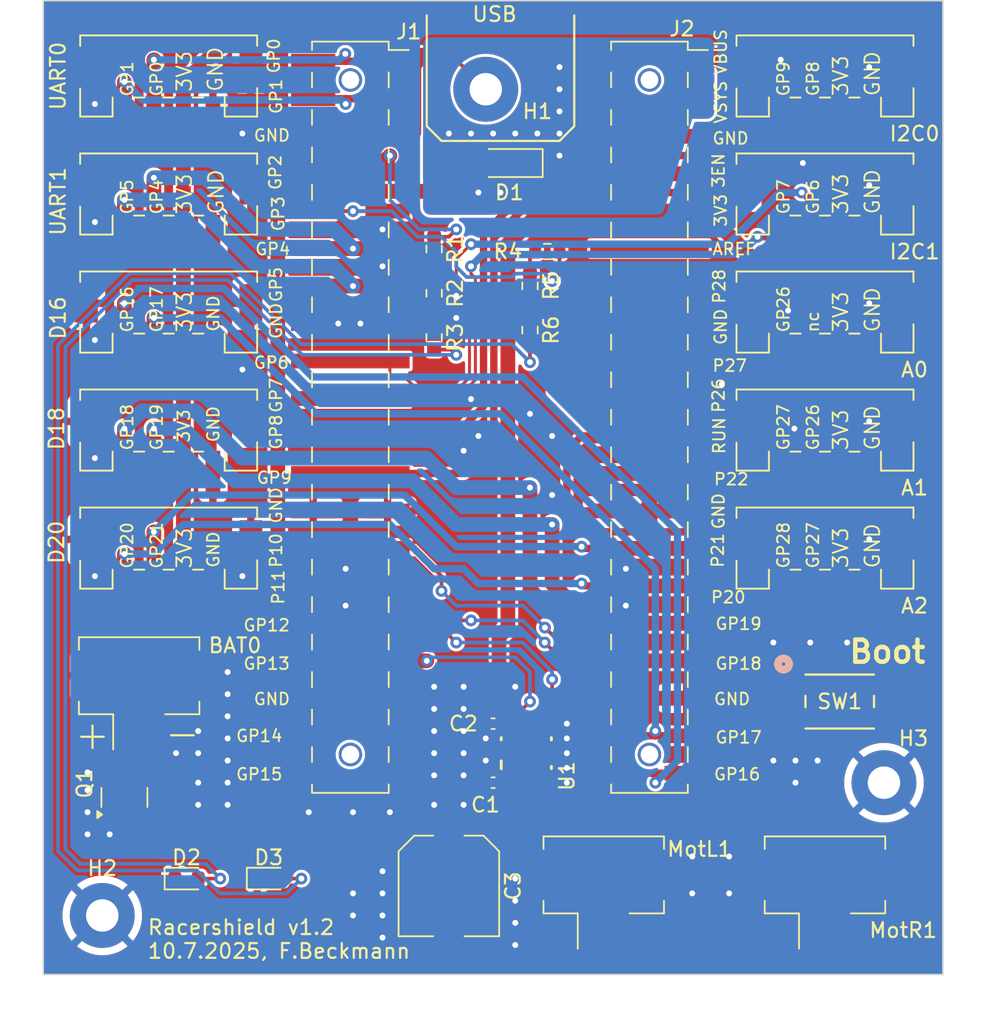
<source format=kicad_pcb>
(kicad_pcb (version 20241229) (generator "pcbnew") (generator_version "9.0")
  (layers (0 "F.Cu" signal) (2 "B.Cu" signal) (13 "F.Paste" user) (15 "B.Paste" user) (5 "F.SilkS" user "F.Silkscreen") (7 "B.SilkS" user "B.Silkscreen") (1 "F.Mask" user) (3 "B.Mask" user) (25 "Edge.Cuts" user))
  (net 0 "")
  (net 1 "I2C1_SCL{slash}GP7")
  (net 2 "I2C1_SDA{slash}GP6")
  (net 3 "UART1_TX{slash}SPI0_RX{slash}GP4")
  (net 4 "GP13")
  (net 5 "GP15")
  (net 6 "GND")
  (net 7 "UART1_RX{slash}SPI0_CS{slash}GP5")
  (net 8 "UART0_RX{slash}GP1")
  (net 9 "GP11")
  (net 10 "GP14")
  (net 11 "I2C0_SCL{slash}GP9")
  (net 12 "SPI0_TX{slash}GP3")
  (net 13 "SPI0_SCK{slash}GP2")
  (net 14 "GP12")
  (net 15 "I2C0_SDA{slash}GP8")
  (net 16 "UART0_TX{slash}GP0")
  (net 17 "GP10")
  (net 18 "VSYS")
  (net 19 "3V3")
  (net 20 "GP16")
  (net 21 "GP17")
  (net 22 "GP18")
  (net 23 "GP22")
  (net 24 "ADC0{slash}GP26")
  (net 25 "GP19")
  (net 26 "ADC_VREF")
  (net 27 "3V3_EN")
  (net 28 "VBUS")
  (net 29 "RUN")
  (net 30 "ADC2{slash}GP28")
  (net 31 "ADC1{slash}GP27")
  (net 32 "GP20")
  (net 33 "GP21")
  (net 35 "VBAT")
  (net 36 "Net-(MotL1-Pin_2)")
  (net 37 "Net-(MotL1-Pin_1)")
  (net 38 "Net-(MotR1-Pin_2)")
  (net 39 "Net-(MotR1-Pin_1)")
  (net 40 "VBATP")
  (net 41 "Net-(D2-A)")
  (net 42 "Net-(D3-A)")
  (net 43 "Net-(R1-Pad2)")
  (net 44 "Net-(R2-Pad2)")
  (net 45 "Net-(R4-Pad2)")
  (net 46 "Net-(R5-Pad2)")
  (footprint "Diode_SMD:Nexperia_CFP3_SOD-123W" (layer "F.Cu") (at 31.6 11 180)
    (property "Reference" "D1")
    (property "Value" "PMEG2010ER")
  )
  (footprint "iaracershield:GROVE-HW4-SMD-2.0" (layer "F.Cu") (at 53 28.5)
    (property "Reference" "A1")
    (property "Value" "Grove" (hide yes))
  )
  (footprint "Resistor_SMD:R_0603_1608Metric" (layer "F.Cu") (at 26.5 22.825 -90)
    (property "Reference" "R3")
    (property "Value" "150R")
  )
  (footprint "iaracershield:SW4_PTS815 SJM 250 SMTR LFS_CNK" (layer "F.Cu") (at 54 47.5)
    (property "Reference" "SW1")
    (property "Value" "PTS815 SJM 250 SMTR LFS")
  )
  (footprint "iaracershield:DSS0012A" (layer "F.Cu") (at 32.75 51 90)
    (property "Reference" "U1")
    (property "Value" "DRV8835DSSR")
  )
  (footprint "iaracershield:JST_PH_B2B-PH-SM4-TB_1x02-1MP_P2.00mm_Vertical" (layer "F.Cu") (at 38 61)
    (property "Reference" "MotL1")
    (property "Value" "B2B-PH-SM4-TB" (hide yes))
  )
  (footprint "Resistor_SMD:R_0603_1608Metric" (layer "F.Cu") (at 26.5 16.825 -90)
    (property "Reference" "R1")
    (property "Value" "150R")
  )
  (footprint "MountingHole:MountingHole_2.2mm_M2_Pad" (layer "F.Cu") (at 57 53)
    (property "Reference" "H3")
    (property "Value" "MountingHole_Pad")
  )
  (footprint "iaracershield:PinSocket_2x20_P2.54mm_Vertical_SMD" (layer "F.Cu") (at 20.82 28.23)
    (property "Reference" "J1")
    (property "Value" "Conn_02x20_Odd_Even")
  )
  (footprint "iaracershield:GROVE-HW4-SMD-2.0" (layer "F.Cu") (at 8.5 36.5)
    (property "Reference" "D20")
    (property "Value" "Grove" (hide yes))
  )
  (footprint "iaracershield:GROVE-HW4-SMD-2.0" (layer "F.Cu") (at 53 12.5)
    (property "Reference" "I2C1")
    (property "Value" "Grove" (hide yes))
  )
  (footprint "iaracershield:GROVE-HW4-SMD-2.0" (layer "F.Cu") (at 53 36.5)
    (property "Reference" "A2")
    (property "Value" "Grove" (hide yes))
  )
  (footprint "MountingHole:MountingHole_2.2mm_M2_Pad" (layer "F.Cu") (at 4 62)
    (property "Reference" "H2")
    (property "Value" "MountingHole_Pad")
  )
  (footprint "iaracershield:JST_PH_B2B-PH-SM4-TB_1x02-1MP_P2.00mm_Vertical" (layer "F.Cu") (at 6.5 47.5)
    (property "Reference" "BAT0")
    (property "Value" "B2B-PH-SM4-TB" (hide yes))
  )
  (footprint "Resistor_SMD:R_0603_1608Metric" (layer "F.Cu") (at 33 22.325 -90)
    (property "Reference" "R6")
    (property "Value" "150R")
  )
  (footprint "iaracershield:PinSocket_2x20_P2.54mm_Vertical_SMD" (layer "F.Cu") (at 41.1 28.23)
    (property "Reference" "J2")
    (property "Value" "Conn_02x20_Odd_Even")
  )
  (footprint "iaracershield:GROVE-HW4-SMD-2.0" (layer "F.Cu") (at 8.5 12.5)
    (property "Reference" "UART1")
    (property "Value" "Grove" (hide yes))
  )
  (footprint "Resistor_SMD:R_0603_1608Metric" (layer "F.Cu") (at 33 19.325 -90)
    (property "Reference" "R5")
    (property "Value" "150R")
  )
  (footprint "iaracershield:GROVE-HW4-SMD-2.0" (layer "F.Cu") (at 53 4.5)
    (property "Reference" "I2C0")
    (property "Value" "Grove" (hide yes))
  )
  (footprint "iaracershield:JST_PH_B2B-PH-SM4-TB_1x02-1MP_P2.00mm_Vertical" (layer "F.Cu") (at 53 61)
    (property "Reference" "MotR1")
    (property "Value" "B2B-PH-SM4-TB" (hide yes))
  )
  (footprint "Capacitor_SMD:C_0402_1005Metric" (layer "F.Cu") (at 30.5 49)
    (property "Reference" "C2")
    (property "Value" "CERAMIC-100NF-16V-10%-X7R_0402_" (hide yes))
  )
  (footprint "iaracershield:GROVE-HW4-SMD-2.0" (layer "F.Cu") (at 53 20.5)
    (property "Reference" "A0")
    (property "Value" "Grove" (hide yes))
  )
  (footprint "iaracershield:GROVE-HW4-SMD-2.0" (layer "F.Cu") (at 8.5 28.5)
    (property "Reference" "D18")
    (property "Value" "Grove" (hide yes))
  )
  (footprint "Resistor_SMD:R_0603_1608Metric" (layer "F.Cu") (at 34.175 17 180)
    (property "Reference" "R4")
    (property "Value" "150R")
  )
  (footprint "Capacitor_SMD:C_Elec_6.3x5.4" (layer "F.Cu") (at 27.5 60 -90)
    (property "Reference" "C3")
    (property "Value" "SMD-Cap-Aluminium-47uF-25V-D6.3-H5.4")
  )
  (footprint "iaracershield:GROVE-HW4-SMD-2.0" (layer "F.Cu") (at 8.5 4.5)
    (property "Reference" "UART0")
    (property "Value" "Grove" (hide yes))
  )
  (footprint "Package_TO_SOT_SMD:SOT-23" (layer "F.Cu") (at 5.5 54 90)
    (property "Reference" "Q1")
    (property "Value" "DMG2305UX" (hide yes))
  )
  (footprint "MountingHole:MountingHole_2.2mm_M2_Pad" (layer "F.Cu") (at 30 6)
    (property "Reference" "H1")
    (property "Value" "MountingHole_Pad" (hide yes))
  )
  (footprint "Capacitor_SMD:C_0402_1005Metric" (layer "F.Cu") (at 30.5 53)
    (property "Reference" "C1")
    (property "Value" "CERAMIC-100NF-16V-10%-X7R_0402_" (hide yes))
  )
  (footprint "LED_SMD:LED_0603_1608Metric" (layer "F.Cu") (at 9.7125 59.5)
    (property "Reference" "D2")
    (property "Value" "KT-0603R")
  )
  (footprint "LED_SMD:LED_0603_1608Metric" (layer "F.Cu") (at 15.2875 59.5)
    (property "Reference" "D3")
    (property "Value" "KT-0603R")
  )
  (footprint "Resistor_SMD:R_0603_1608Metric" (layer "F.Cu") (at 26.5 19.825 -90)
    (property "Reference" "R2")
    (property "Value" "150R")
  )
  (footprint "iaracershield:GROVE-HW4-SMD-2.0" (layer "F.Cu") (at 8.5 20.5)
    (property "Reference" "D16")
    (property "Value" "Grove" (hide yes))
  )
  (gr_line (start 36 8.5) (end 36 1) (stroke (width 0.15)) (layer "F.SilkS"))
  (gr_line (start 35 9.5) (end 36 8.5) (stroke (width 0.15)) (layer "F.SilkS"))
  (gr_line (start 26 1) (end 26 8.5) (stroke (width 0.15)) (layer "F.SilkS"))
  (gr_line (start 27 9.5) (end 35 9.5) (stroke (width 0.15)) (layer "F.SilkS"))
  (gr_line (start 26 8.5) (end 27 9.5) (stroke (width 0.15)) (layer "F.SilkS"))
  (gr_rect (start 0 0) (end 61 66) (stroke (width 0.1)) (fill no) (layer "Edge.Cuts"))
  (gr_text "P28" (at 46.3 20.6 90) (layer "F.SilkS") (effects (font (size 0.8 0.8) (thickness 0.125)) (justify left bottom)))
  (gr_text "3V3" (at 46.4 15.4 90) (layer "F.SilkS") (effects (font (size 0.8 0.8) (thickness 0.125)) (justify left bottom)))
  (gr_text "GP5" (at 16.25 20.5 90) (layer "F.SilkS") (effects (font (size 0.8 0.8) (thickness 0.125)) (justify left bottom)))
  (gr_text "GND" (at 12 22.5 90) (layer "F.SilkS") (effects (font (size 0.8 0.8) (thickness 0.125)) (justify left bottom)))
  (gr_text "RUN" (at 46.3 30.8 90) (layer "F.SilkS") (effects (font (size 0.8 0.8) (thickness 0.125)) (justify left bottom)))
  (gr_text "GP27" (at 52.6515 38.54978 90) (layer "F.SilkS") (effects (font (size 0.8 0.8) (thickness 0.125)) (justify left bottom)))
  (gr_text "-" (at 8.1 50.8 0) (layer "F.SilkS") (effects (font (size 2 2)) (justify left bottom)))
  (gr_text "3V3" (at 10.14896 22.56062 90) (layer "F.SilkS") (effects (font (size 1 1) (thickness 0.125)) (justify left bottom)))
  (gr_text "GP6" (at 52.6515 14.54978 90) (layer "F.SilkS") (effects (font (size 0.8 0.8) (thickness 0.125)) (justify left bottom)))
  (gr_text "3V3" (at 10.14896 6.25 90) (layer "F.SilkS") (effects (font (size 1 1) (thickness 0.125)) (justify left bottom)))
  (gr_text "P26" (at 46.25 28 90) (layer "F.SilkS") (effects (font (size 0.8 0.8) (thickness 0.125)) (justify left bottom)))
  (gr_text "GND" (at 45.3 9.8 0) (layer "F.SilkS") (effects (font (size 0.8 0.8) (thickness 0.125)) (justify left bottom)))
  (gr_text "GP15" (at 13 52.9 0) (layer "F.SilkS") (effects (font (size 0.8 0.8) (thickness 0.125)) (justify left bottom)))
  (gr_text "P20" (at 45.2 40.9 0) (layer "F.SilkS") (effects (font (size 0.8 0.8) (thickness 0.125)) (justify left bottom)))
  (gr_text "3V3" (at 54.64896 6.54978 90) (layer "F.SilkS") (effects (font (size 1 1) (thickness 0.125)) (justify left bottom)))
  (gr_text "GND" (at 56.8 38.54978 90) (layer "F.SilkS") (effects (font (size 1 1) (thickness 0.125)) (justify left bottom)))
  (gr_text "P11" (at 16.4 41 90) (layer "F.SilkS") (effects (font (size 0.8 0.8) (thickness 0.125)) (justify left bottom)))
  (gr_text "GND" (at 12.25 6.25 90) (layer "F.SilkS") (effects (font (size 1 1) (thickness 0.125)) (justify left bottom)))
  (gr_text "GP20" (at 6.1515 38.56062 90) (layer "F.SilkS") (effects (font (size 0.8 0.8) (thickness 0.125)) (justify left bottom)))
  (gr_text "3V3" (at 10.14896 38.56062 90) (layer "F.SilkS") (effects (font (size 1 1) (thickness 0.125)) (justify left bottom)))
  (gr_text "GP17" (at 45.5 50.4 0) (layer "F.SilkS") (effects (font (size 0.8 0.8) (thickness 0.125)) (justify left bottom)))
  (gr_text "3EN" (at 46.25 12.75 90) (layer "F.SilkS") (effects (font (size 0.8 0.8) (thickness 0.125)) (justify left bottom)))
  (gr_text "GP9" (at 50.6515 6.54978 90) (layer "F.SilkS") (effects (font (size 0.8 0.8) (thickness 0.125)) (justify left bottom)))
  (gr_text "GND" (at 45.4 47.8 0) (layer "F.SilkS") (effects (font (size 0.8 0.8) (thickness 0.125)) (justify left bottom)))
  (gr_text "VBUS" (at 46.4 5.1 90) (layer "F.SilkS") (effects (font (size 0.8 0.8) (thickness 0.125)) (justify left bottom)))
  (gr_text "GP0" (at 8.1515 6.56062 90) (layer "F.SilkS") (effects (font (size 0.8 0.8) (thickness 0.125)) (justify left bottom)))
  (gr_text "GP19" (at 45.5 42.7 0) (layer "F.SilkS") (effects (font (size 0.8 0.8) (thickness 0.125)) (justify left bottom)))
  (gr_text "GP26" (at 50.6515 22.54978 90) (layer "F.SilkS") (effects (font (size 0.8 0.8) (thickness 0.125)) (justify left bottom)))
  (gr_text "GND" (at 14.2 47.8 0) (layer "F.SilkS") (effects (font (size 0.8 0.8) (thickness 0.125)) (justify left bottom)))
  (gr_text "GP13" (at 13.5 45.4 0) (layer "F.SilkS") (effects (font (size 0.8 0.8) (thickness 0.125)) (justify left bottom)))
  (gr_text "GND" (at 12 38.5 90) (layer "F.SilkS") (effects (font (size 0.8 0.8) (thickness 0.125)) (justify left bottom)))
  (gr_text "GND" (at 56.8 6.54978 90) (layer "F.SilkS") (effects (font (size 1 1) (thickness 0.125)) (justify left bottom)))
  (gr_text "GP7" (at 16.25 28 90) (layer "F.SilkS") (effects (font (size 0.8 0.8) (thickness 0.125)) (justify left bottom)))
  (gr_text "GND" (at 16.25 23 90) (layer "F.SilkS") (effects (font (size 0.8 0.8) (thickness 0.125)) (justify left bottom)))
  (gr_text "USB" (at 29 1.5 0) (layer "F.SilkS") (effects (font (size 1 1)) (justify left bottom)))
  (gr_text "GP7" (at 50.6515 14.54978 90) (layer "F.SilkS") (effects (font (size 0.8 0.8) (thickness 0.125)) (justify left bottom)))
  (gr_text "P10" (at 16.25 38.5 90) (layer "F.SilkS") (effects (font (size 0.8 0.8) (thickness 0.125)) (justify left bottom)))
  (gr_text "GND" (at 16.25 35.5 90) (layer "F.SilkS") (effects (font (size 0.8 0.8) (thickness 0.125)) (justify left bottom)))
  (gr_text "GP8" (at 16.25 30.5 90) (layer "F.SilkS") (effects (font (size 0.8 0.8) (thickness 0.125)) (justify left bottom)))
  (gr_text "P27" (at 45.3 25.2 0) (layer "F.SilkS") (effects (font (size 0.8 0.8) (thickness 0.125)) (justify left bottom)))
  (gr_text "GP9" (at 14.4 32.8 0) (layer "F.SilkS") (effects (font (size 0.8 0.8) (thickness 0.125)) (justify left bottom)))
  (gr_text "Racershield v1.2\n10.7.2025, F.Beckmann" (at 7 65 0) (layer "F.SilkS") (effects (font (size 1 1)) (justify left bottom)))
  (gr_text "GND" (at 12 30 90) (layer "F.SilkS") (effects (font (size 0.8 0.8) (thickness 0.125)) (justify left bottom)))
  (gr_text "GP8" (at 52.6515 6.54978 90) (layer "F.SilkS") (effects (font (size 0.8 0.8) (thickness 0.125)) (justify left bottom)))
  (gr_text "GP5" (at 6.1515 14.56062 90) (layer "F.SilkS") (effects (font (size 0.8 0.8) (thickness 0.125)) (justify left bottom)))
  (gr_text "3V3" (at 54.64896 22.54978 90) (layer "F.SilkS") (effects (font (size 1 1) (thickness 0.125)) (justify left bottom)))
  (gr_text "VSYS" (at 46.4 8.4 90) (layer "F.SilkS") (effects (font (size 0.8 0.8) (thickness 0.125)) (justify left bottom)))
  (gr_text "3V3" (at 54.64896 14.54978 90) (layer "F.SilkS") (effects (font (size 1 1) (thickness 0.125)) (justify left bottom)))
  (gr_text "GP27" (at 50.6515 30.54978 90) (layer "F.SilkS") (effects (font (size 0.8 0.8) (thickness 0.125)) (justify left bottom)))
  (gr_text "3V3" (at 54.64896 38.54978 90) (layer "F.SilkS") (effects (font (size 1 1) (thickness 0.125)) (justify left bottom)))
  (gr_text "GP12" (at 13.5 42.8 0) (layer "F.SilkS") (effects (font (size 0.8 0.8) (thickness 0.125)) (justify left bottom)))
  (gr_text "GP18" (at 6.1515 30.54978 90) (layer "F.SilkS") (effects (font (size 0.8 0.8) (thickness 0.125)) (justify left bottom)))
  (gr_text "P22" (at 45.4 32.9 0) (layer "F.SilkS") (effects (font (size 0.8 0.8) (thickness 0.125)) (justify left bottom)))
  (gr_text "GP3" (at 16.4 15.7 90) (layer "F.SilkS") (effects (font (size 0.8 0.8) (thickness 0.125)) (justify left bottom)))
  (gr_text "3V3" (at 10.14896 14.56062 90) (layer "F.SilkS") (effects (font (size 1 1) (thickness 0.125)) (justify left bottom)))
  (gr_text "GP4" (at 8.1515 14.56062 90) (layer "F.SilkS") (effects (font (size 0.8 0.8) (thickness 0.125)) (justify left bottom)))
  (gr_text "GP1" (at 16.25 7.75 90) (layer "F.SilkS") (effects (font (size 0.8 0.8) (thickness 0.125)) (justify left bottom)))
  (gr_text "GP1" (at 6.1515 6.56062 90) (layer "F.SilkS") (effects (font (size 0.8 0.8) (thickness 0.125)) (justify left bottom)))
  (gr_text "nc" (at 52.6515 22.54978 90) (layer "F.SilkS") (effects (font (size 0.8 0.8) (thickness 0.125)) (justify left bottom)))
  (gr_text "GND" (at 56.8 30.54978 90) (layer "F.SilkS") (effects (font (size 1 1) (thickness 0.125)) (justify left bottom)))
  (gr_text "GND" (at 56.8 22.54978 90) (layer "F.SilkS") (effects (font (size 1 1) (thickness 0.125)) (justify left bottom)))
  (gr_text "GP16" (at 45.4 52.9 0) (layer "F.SilkS") (effects (font (size 0.8 0.8) (thickness 0.125)) (justify left bottom)))
  (gr_text "GP17" (at 8.1515 22.56062 90) (layer "F.SilkS") (effects (font (size 0.8 0.8) (thickness 0.125)) (justify left bottom)))
  (gr_text "GP14" (at 13 50.3 0) (layer "F.SilkS") (effects (font (size 0.8 0.8) (thickness 0.125)) (justify left bottom)))
  (gr_text "GP19" (at 8.1515 30.54978 90) (layer "F.SilkS") (effects (font (size 0.8 0.8) (thickness 0.125)) (justify left bottom)))
  (gr_text "GND" (at 56.8 14.54978 90) (layer "F.SilkS") (effects (font (size 1 1) (thickness 0.125)) (justify left bottom)))
  (gr_text "GP6" (at 14.2 25 0) (layer "F.SilkS") (effects (font (size 0.8 0.8) (thickness 0.125)) (justify left bottom)))
  (gr_text "GND" (at 46.4 23.4 90) (layer "F.SilkS") (effects (font (size 0.8 0.8) (thickness 0.125)) (justify left bottom)))
  (gr_text "Boot" (at 54.5 45 0) (layer "F.SilkS") (effects (font (size 1.5 1.5) (thickness 0.3) (bold yes)) (justify left bottom)))
  (gr_text "GND" (at 14.2 9.6 0) (layer "F.SilkS") (effects (font (size 0.8 0.8) (thickness 0.125)) (justify left bottom)))
  (gr_text "P21" (at 46.2 38.5 90) (layer "F.SilkS") (effects (font (size 0.8 0.8) (thickness 0.125)) (justify left bottom)))
  (gr_text "GP0" (at 16.1 5 90) (layer "F.SilkS") (effects (font (size 0.8 0.8) (thickness 0.125)) (justify left bottom)))
  (gr_text "GP21" (at 8.1515 38.56062 90) (layer "F.SilkS") (effects (font (size 0.8 0.8) (thickness 0.125)) (justify left bottom)))
  (gr_text "3V3" (at 54.64896 30.54978 90) (layer "F.SilkS") (effects (font (size 1 1) (thickness 0.125)) (justify left bottom)))
  (gr_text "3V3" (at 10 30 90) (layer "F.SilkS") (effects (font (size 0.8 0.8) (thickness 0.125)) (justify left bottom)))
  (gr_text "AREF" (at 45.3 17.3 0) (layer "F.SilkS") (effects (font (size 0.8 0.8) (thickness 0.125)) (justify left bottom)))
  (gr_text "GP18" (at 45.5 45.4 0) (layer "F.SilkS") (effects (font (size 0.8 0.8) (thickness 0.125)) (justify left bottom)))
  (gr_text "GND" (at 12.3 14.56062 90) (layer "F.SilkS") (effects (font (size 1 1) (thickness 0.125)) (justify left bottom)))
  (gr_text "GP4" (at 14.3 17.3 0) (layer "F.SilkS") (effects (font (size 0.8 0.8) (thickness 0.125)) (justify left bottom)))
  (gr_text "GP26" (at 52.6515 30.54978 90) (layer "F.SilkS") (effects (font (size 0.8 0.8) (thickness 0.125)) (justify left bottom)))
  (gr_text "GND" (at 46.25 35.9 90) (layer "F.SilkS") (effects (font (size 0.8 0.8) (thickness 0.125)) (justify left bottom)))
  (gr_text "GP2" (at 16.2 12.9 90) (layer "F.SilkS") (effects (font (size 0.8 0.8) (thickness 0.125)) (justify left bottom)))
  (gr_text "GP16" (at 6.1515 22.56062 90) (layer "F.SilkS") (effects (font (size 0.8 0.8) (thickness 0.125)) (justify left bottom)))
  (gr_text "GP28" (at 50.6515 38.54978 90) (layer "F.SilkS") (effects (font (size 0.8 0.8) (thickness 0.125)) (justify left bottom)))
  (gr_text "+" (at 2 50.9 0) (layer "F.SilkS") (effects (font (size 2 2)) (justify left bottom)))
  (segment (start 48.425 16) (end 50 16) (width 0.5) (layer "F.Cu") (net 1))
  (segment (start 18.3 26.96) (end 23.34 26.96) (width 1) (layer "F.Cu") (net 1))
  (segment (start 29 18) (end 29 18.5) (width 0.2) (layer "F.Cu") (net 1))
  (segment (start 28.04 26.96) (end 23.34 26.96) (width 0.2) (layer "F.Cu") (net 1))
  (segment (start 49.98916 16) (end 50 15.98916) (width 0.5) (layer "F.Cu") (net 1))
  (segment (start 29 18.5) (end 29.299 18.799) (width 0.2) (layer "F.Cu") (net 1))
  (segment (start 29.299 25.701) (end 28.04 26.96) (width 0.2) (layer "F.Cu") (net 1))
  (segment (start 29.299 18.799) (end 29.299 25.701) (width 0.2) (layer "F.Cu") (net 1))
  (segment (start 48.43584 15.98916) (end 48.425 16) (width 0.5) (layer "F.Cu") (net 1))
  (via (at 48.425 16) (size 0.8) (drill 0.4) (layers "F.Cu" "B.Cu") (net 1))
  (via (at 29 18) (size 0.8) (drill 0.4) (layers "F.Cu" "B.Cu") (net 1))
  (segment (start 29 18) (end 29.799 17.201) (width 0.5) (layer "B.Cu") (net 1))
  (segment (start 47.416364 16.5) (end 47.925 16.5) (width 0.5) (layer "B.Cu") (net 1))
  (segment (start 47.925 16.5) (end 48.425 16) (width 0.5) (layer "B.Cu") (net 1))
  (segment (start 46.715364 17.201) (end 47.416364 16.5) (width 0.5) (layer "B.Cu") (net 1))
  (segment (start 29.799 17.201) (end 46.715364 17.201) (width 0.5) (layer "B.Cu") (net 1))
  (segment (start 25.5 26.5) (end 24.5 25.5) (width 0.2) (layer "F.Cu") (net 2))
  (segment (start 28.898 19.5) (end 28.898 25.5349) (width 0.2) (layer "F.Cu") (net 2))
  (segment (start 24.5 25.5) (end 23.5 25.5) (width 0.2) (layer "F.Cu") (net 2))
  (segment (start 28 18.602) (end 28.898 19.5) (width 0.2) (layer "F.Cu") (net 2))
  (segment (start 27.9329 26.5) (end 25.5 26.5) (width 0.2) (layer "F.Cu") (net 2))
  (segment (start 23.5 24.58) (end 23.34 24.42) (width 0.2) (layer "F.Cu") (net 2))
  (segment (start 51.5 13) (end 52 13.5) (width 0.5) (layer "F.Cu") (net 2))
  (segment (start 51.425 13) (end 51.5 13) (width 0.5) (layer "F.Cu") (net 2))
  (segment (start 23.34 24.42) (end 18.3 24.42) (width 1) (layer "F.Cu") (net 2))
  (segment (start 28 17.5) (end 28 18.602) (width 0.2) (layer "F.Cu") (net 2))
  (segment (start 52 13.5) (end 52 16) (width 0.5) (layer "F.Cu") (net 2))
  (segment (start 29 16.5) (end 28 17.5) (width 0.2) (layer "F.Cu") (net 2))
  (segment (start 28.898 25.5349) (end 27.9329 26.5) (width 0.2) (layer "F.Cu") (net 2))
  (segment (start 23.5 25.5) (end 23.5 24.58) (width 0.2) (layer "F.Cu") (net 2))
  (via (at 51.425 13) (size 0.8) (drill 0.4) (layers "F.Cu" "B.Cu") (net 2))
  (via (at 29 16.5) (size 0.8) (drill 0.4) (layers "F.Cu" "B.Cu") (net 2))
  (segment (start 49.925 13) (end 51.425 13) (width 0.5) (layer "B.Cu") (net 2))
  (segment (start 46.425 16.5) (end 49.925 13) (width 0.5) (layer "B.Cu") (net 2))
  (segment (start 29 16.5) (end 46.425 16.5) (width 0.5) (layer "B.Cu") (net 2))
  (segment (start 7.5 16.5) (end 7.5 12) (width 1) (layer "F.Cu") (net 3))
  (segment (start 18.3 16.8) (end 21 16.8) (width 1) (layer "F.Cu") (net 3))
  (segment (start 21 16.8) (end 23.34 16.8) (width 1) (layer "F.Cu") (net 3))
  (via (at 7.5 12) (size 0.8) (drill 0.4) (layers "F.Cu" "B.Cu") (net 3))
  (via (at 21 16.8) (size 0.8) (drill 0.4) (layers "F.Cu" "B.Cu") (net 3))
  (segment (start 19.7 15.5) (end 14.5 15.5) (width 1) (layer "B.Cu") (net 3))
  (segment (start 11 12) (end 14.5 15.5) (width 1) (layer "B.Cu") (net 3))
  (segment (start 21 16.8) (end 19.7 15.5) (width 1) (layer "B.Cu") (net 3))
  (segment (start 7.5 12) (end 11 12) (width 1) (layer "B.Cu") (net 3))
  (segment (start 18.3 44.74) (end 23.34 44.74) (width 1) (layer "F.Cu") (net 4))
  (segment (start 26 44.74) (end 23.34 44.74) (width 1) (layer "F.Cu") (net 4))
  (segment (start 32.5 48) (end 32.5 50.050002) (width 0.25) (layer "F.Cu") (net 4))
  (segment (start 32.5 48) (end 33 47.5) (width 0.25) (layer "F.Cu") (net 4))
  (via (at 33 47.5) (size 0.8) (drill 0.4) (layers "F.Cu" "B.Cu") (net 4))
  (via (at 26 44.74) (size 0.8) (drill 0.4) (layers "F.Cu" "B.Cu") (net 4))
  (segment (start 26 44.74) (end 26.24 44.5) (width 0.25) (layer "B.Cu") (net 4))
  (segment (start 32 44.5) (end 33 45.5) (width 0.25) (layer "B.Cu") (net 4))
  (segment (start 26.24 44.5) (end 32 44.5) (width 0.25) (layer "B.Cu") (net 4))
  (segment (start 33 45.5) (end 33 47.5) (width 0.25) (layer "B.Cu") (net 4))
  (segment (start 18.3 52.36) (end 23.34 52.36) (width 0.5) (layer "F.Cu") (net 5))
  (segment (start 32.75 51) (end 34 51) (width 1) (layer "F.Cu") (net 6))
  (segment (start 25.5 9) (end 25.32 9.18) (width 0.25) (layer "F.Cu") (net 6))
  (segment (start 32 46.5) (end 32 47) (width 0.25) (layer "F.Cu") (net 6))
  (segment (start 30.04 49) (end 29.912503 49.127497) (width 0.25) (layer "F.Cu") (net 6))
  (segment (start 56 8) (end 56 36.5) (width 1) (layer "F.Cu") (net 6))
  (segment (start 21.5 21.88) (end 23.34 21.88) (width 1) (layer "F.Cu") (net 6))
  (segment (start 32 48.5) (end 32 46.5) (width 0.25) (layer "F.Cu") (net 6))
  (segment (start 32.425 51) (end 32.75 51) (width 0.25) (layer "F.Cu") (net 6))
  (segment (start 4.55 54.9375) (end 4.55 56.45) (width 0.5) (layer "F.Cu") (net 6))
  (segment (start 18.3 21.88) (end 20 21.88) (width 1) (layer "F.Cu") (net 6))
  (segment (start 32.000002 48.500002) (end 32 48.5) (width 0.25) (layer "F.Cu") (net 6))
  (segment (start 20.8 9.18) (end 23.34 9.18) (width 1) (layer "F.Cu") (net 6))
  (segment (start 34.063173 52.436827) (end 34.936827 52.436827) (width 0.25) (layer "F.Cu") (net 6))
  (segment (start 7.5 48) (end 7.5 51.5) (width 1) (layer "F.Cu") (net 6))
  (segment (start 32.75 51) (end 30.5 51) (width 1) (layer "F.Cu") (net 6))
  (segment (start 4.55 56.45) (end 4.5 56.5) (width 0.5) (layer "F.Cu") (net 6))
  (segment (start 46.78 47.28) (end 43.62 47.28) (width 0.5) (layer "F.Cu") (net 6))
  (segment (start 32.000002 50.575002) (end 32.425 51) (width 0.25) (layer "F.Cu") (net 6))
  (segment (start 34 51.950001) (end 34 52.373654) (width 0.25) (layer "F.Cu") (net 6))
  (segment (start 30.02 53) (end 29 53) (width 0.25) (layer "F.Cu") (net 6))
  (segment (start 29 53) (end 28.5 52.5) (width 0.25) (layer "F.Cu") (net 6))
  (segment (start 32.425 50.949998) (end 32.75 50.949998) (width 0.25) (layer "F.Cu") (net 6))
  (segment (start 30 6) (end 27.5 3.5) (width 0.25) (layer "F.Cu") (net 6))
  (segment (start 30.5 51) (end 30 51.5) (width 1) (layer "F.Cu") (net 6))
  (segment (start 27.5 3.5) (end 26.5 3.5) (width 0.25) (layer "F.Cu") (net 6))
  (segment (start 43.62 9.18) (end 38.58 9.18) (width 1) (layer "F.Cu") (net 6))
  (segment (start 48.074999 48.574999) (end 51.749999 48.574999) (width 0.5) (layer "F.Cu") (net 6))
  (segment (start 34.936827 52.436827) (end 35.5 53) (width 0.25) (layer "F.Cu") (net 6))
  (segment (start 20 21.88) (end 21.5 21.88) (width 1) (layer "F.Cu") (net 6))
  (segment (start 34 52.373654) (end 34.063173 52.436827) (width 0.25) (layer "F.Cu") (net 6))
  (segment (start 25.32 9.18) (end 23.34 9.18) (width 0.25) (layer "F.Cu") (net 6))
  (segment (start 34 51) (end 35.5 51) (width 1) (layer "F.Cu") (net 6))
  (segment (start 32.000002 48.500002) (end 32.000002 50.050002) (width 0.25) (layer "F.Cu") (net 6))
  (segment (start 43.62 21.88) (end 38.58 21.88) (width 1) (layer "F.Cu") (net 6))
  (segment (start 51.749999 48.574999) (end 56.250001 48.574999) (width 0.5) (layer "F.Cu") (net 6))
  (segment (start 7.5 51.5) (end 8.5 51.5) (width 1) (layer "F.Cu") (net 6))
  (segment (start 25.5 4.5) (end 25.5 9) (width 0.25) (layer "F.Cu") (net 6))
  (segment (start 46.78 47.28) (end 48.074999 48.574999) (width 0.5) (layer "F.Cu") (net 6))
  (segment (start 43.62 34.58) (end 38.58 34.58) (width 1) (layer "F.Cu") (net 6))
  (segment (start 18.3 34.58) (end 23.34 34.58) (width 1) (layer "F.Cu") (net 6))
  (segment (start 18.3 9.18) (end 20.8 9.18) (width 1) (layer "F.Cu") (net 6))
  (segment (start 8.5 51.5) (end 9 51) (width 1) (layer "F.Cu") (net 6))
  (segment (start 29 49) (end 28.5 49.5) (width 0.25) (layer "F.Cu") (net 6))
  (segment (start 26.5 3.5) (end 25.5 4.5) (width 0.25) (layer "F.Cu") (net 6))
  (segment (start 30.02 49) (end 29 49) (width 0.25) (layer "F.Cu") (net 6))
  (segment (start 43.62 47.28) (end 39.22 47.28) (width 1) (layer "F.Cu") (net 6))
  (segment (start 56 36.5) (end 56 40) (width 1) (layer "F.Cu") (net 6))
  (segment (start 18.3 47.28) (end 23.34 47.28) (width 1) (layer "F.Cu") (net 6))
  (segment (start 2.425 37.575) (end 3 37) (width 0.5) (layer "F.Cu") (net 6))
  (via (at 13.5 9) (size 0.8) (drill 0.4) (layers "F.Cu" "B.Cu") (net 6))
  (via (at 49.5 51.5) (size 0.8) (drill 0.4) (layers "F.Cu" "B.Cu") (net 6))
  (via (at 23 60.5) (size 0.8) (drill 0.4) (layers "F.Cu" "B.Cu") (net 6))
  (via (at 28.5 54.5) (size 0.8) (drill 0.4) (layers "F.Cu" "B.Cu") (net 6))
  (via (at 21 55) (size 0.8) (drill 0.4) (layers "F.Cu" "B.Cu") (net 6))
  (via (at 32 46.5) (size 0.8) (drill 0.4) (layers "F.Cu" "B.Cu") (net 6))
  (via (at 3.5 39) (size 0.8) (drill 0.4) (layers "F.Cu" "B.Cu") (net 6))
  (via (at 35.5 52) (size 0.8) (drill 0.4) (layers "F.Cu" "B.Cu") (net 6))
  (via (at 29 27) (size 0.8) (drill 0.4) (layers "F.Cu" "B.Cu") (net 6))
  (via (at 50 4) (size 0.8) (drill 0.4) (layers "F.Cu" "B.Cu") (net 6))
  (via (at 46 26) (size 0.8) (drill 0.4) (layers "F.Cu" "B.Cu") (net 6))
  (via (at 26.5 49.5) (size 0.8) (drill 0.4) (layers "F.Cu" "B.Cu") (net 6))
  (via (at 56 20.5) (size 0.8) (drill 0.4) (layers "F.Cu" "B.Cu") (net 6))
  (via (at 23.5 55) (size 0.8) (drill 0.4) (layers "F.Cu" "B.Cu") (net 6))
  (via (at 32 59.5) (size 0.8) (drill 0.4) (layers "F.Cu" "B.Cu") (net 6))
  (via (at 3.5 23) (size 0.8) (drill 0.4) (layers "F.Cu" "B.Cu") (net 6))
  (via (at 32 62.5) (size 0.8) (drill 0.4) (layers "F.Cu" "B.Cu") (net 6))
  (via (at 51 51.5) (size 0.8) (drill 0.4) (layers "F.Cu" "B.Cu") (net 6))
  (via (at 9 51) (size 0.8) (drill 0.4) (layers "F.Cu" "B.Cu") (net 6))
  (via (at 12.5 53) (size 0.8) (drill 0.4) (layers "F.Cu" "B.Cu") (net 6))
  (via (at 3.5 15) (size 0.8) (drill 0.4) (layers "F.Cu" "B.Cu") (net 6))
  (via (at 39.5 41) (size 0.8) (drill 0.4) (layers "F.Cu" "B.Cu") (net 6))
  (via (at 34.5 33.5) (size 0.8) (drill 0.4) (layers "F.Cu" "B.Cu") (net 6))
  (via (at 51 53) (size 0.8) (drill 0.4) (layers "F.Cu" "B.Cu") (net 6))
  (via (at 12.5 47) (size 0.8) (drill 0.4) (layers "F.Cu" "B.Cu") (net 6))
  (via (at 23 59) (size 0.8) (drill 0.4) (layers "F.Cu" "B.Cu") (net 6))
  (via (at 18 55) (size 0.8) (drill 0.4) (layers "F.Cu" "B.Cu") (net 6))
  (via (at 56 12.5) (size 0.8) (drill 0.4) (layers "F.Cu" "B.Cu") (net 6))
  (via (at 46.5 60.5) (size 0.8) (drill 0.4) (layers "F.Cu" "B.Cu") (net 6))
  (via (at 29.5 29.5) (size 0.8) (drill 0.4) (layers "F.Cu" "B.Cu") (net 6))
  (via (at 28 20) (size 0.8) (drill 0.4) (layers "F.Cu" "B.Cu") (net 6))
  (via (at 12.5 54.5) (size 0.8) (drill 0.4) (layers "F.Cu" "B.Cu") (net 6))
  (via (at 50.925 29) (size 0.8) (drill 0.4) (layers "F.Cu" "B.Cu") (net 6))
  (via (at 44 60.5) (size 0.8) (drill 0.4) (layers "F.Cu" "B.Cu") (net 6))
  (via (at 52.5 51.5) (size 0.8) (drill 0.4) (layers "F.Cu" "B.Cu") (net 6))
  (via (at 4.5 56.5) (size 0.8) (drill 0.4) (layers "F.Cu" "B.Cu") (net 6))
  (via (at 30 50) (size 0.8) (drill 0.4) (layers "F.Cu" "B.Cu") (net 6))
  (via (at 35.5 51) (size 0.8) (drill 0.4) (layers "F.Cu" "B.Cu") (net 6))
  (via (at 10.5 54.5) (size 0.8) (drill 0.4) (layers "F.Cu" "B.Cu") (net 6))
  (via (at 23 18) (size 0.8) (drill 0.4) (layers "F.Cu" "B.Cu") (net 6))
  (via (at 35.5 49) (size 0.8) (drill 0.4) (layers "F.Cu" "B.Cu") (net 6))
  (via (at 28.5 51) (size 0.8) (drill 0.4) (layers "F.Cu" "B.Cu") (net 6))
  (via (at 34.5 29.5) (size 0.8) (drill 0.4) (layers "F.Cu" "B.Cu") (net 6))
  (via (at 26.5 54.5) (size 0.8) (drill 0.4) (layers "F.Cu" "B.Cu") (net 6))
  (via (at 13.5 25) (size 0.8) (drill 0.4) (layers "F.Cu" "B.Cu") (net 6))
  (via (at 54.5 43.5) (size 0.8) (drill 0.4) (layers "F.Cu" "B.Cu") (net 6))
  (via (at 10.5 53) (size 0.8) (drill 0.4) (layers "F.Cu" "B.Cu") (net 6))
  (via (at 3 53.5) (size 0.8) (drill 0.4) (layers "F.Cu" "B.Cu") (net 6))
  (via (at 21 60.5) (size 0.8) (drill 0.4) (layers "F.Cu" "B.Cu") (net 6))
  (via (at 35.5 53) (size 0.8) (drill 0.4) (layers "F.Cu" "B.Cu") (net 6))
  (via (at 28.5 48) (size 0.8) (drill 0.4) (layers "F.Cu" "B.Cu") (net 6))
  (via (at 3 52.3) (size 0.8) (drill 0.4) (layers "F.Cu" "B.Cu") (net 6))
  (via (at 12.5 48.5) (size 0.8) (drill 0.4) (layers "F.Cu" "B.Cu") (net 6))
  (via (at 20.5 38.5) (size 0.8) (drill 0.4) (layers "F.Cu" "B.Cu") (net 6))
  (via (at 32 64) (size 0.8) (drill 0.4) (layers "F.Cu" "B.Cu") (net 6))
  (via (at 10.5 51) (size 0.8) (drill 0.4) (layers "F.Cu" "B.Cu") (net 6))
  (via (at 12.5 51.5) (size 0.8) (drill 0.4) (layers "F.Cu" "B.Cu") (net 6))
  (via (at 44 58) (size 0.8) (drill 0.4) (layers "F.Cu" "B.Cu") (net 6))
  (via (at 3 55) (size 0.8) (drill 0.4) (layers "F.Cu" "B.Cu") (net 6))
  (via (at 52 43.5) (size 0.8) (drill 0.4) (layers "F.Cu" "B.Cu") (net 6))
  (via (at 12.5 50) (size 0.8) (drill 0.4) (layers "F.Cu" "B.Cu") (net 6))
  (via (at 28.5 49.5) (size 0.8) (drill 0.4) (layers "F.Cu" "B.Cu") (net 6))
  (via (at 35.5 50) (size 0.8) (drill 0.4) (layers "F.Cu" "B.Cu") (net 6))
  (via (at 21.5 21.88) (size 0.8) (drill 0.4) (layers "F.Cu" "B.Cu") (net 6))
  (via (at 20 21.88) (size 0.8) (drill 0.4) (layers "F.Cu" "B.Cu") (net 6))
  (via (at 26.5 46.5) (size 0.8) (drill 0.4) (layers "F.Cu" "B.Cu") (net 6))
  (via (at 10.5 49.5) (size 0.8) (drill 0.4) (layers "F.Cu" "B.Cu") (net 6))
  (via (at 56 28.5) (size 0.8) (drill 0.4) (layers "F.Cu" "B.Cu") (net 6))
  (via (at 30 51.5) (size 0.8) (drill 0.4) (layers "F.Cu" "B.Cu") (net 6))
  (via (at 56 4.5) (size 0.8) (drill 0.4) (layers "F.Cu" "B.Cu") (net 6))
  (via (at 3 56.5) (size 0.8) (drill 0.4) (layers "F.Cu" "B.Cu") (net 6))
  (via (at 20.5 41) (size 0.8) (drill 0.4) (layers "F.Cu" "B.Cu") (net 6))
  (via (at 3.5 31) (size 0.8) (drill 0.4) (layers "F.Cu" "B.Cu") (net 6))
  (via (at 28.5 46.5) (size 0.8) (drill 0.4) (layers "F.Cu" "B.Cu") (net 6))
  (via (at 39.5 38.5) (size 0.8) (drill 0.4) (layers "F.Cu" "B.Cu") (net 6))
  (via (at 21 62) (size 0.8) (drill 0.4) (layers "F.Cu" "B.Cu") (net 6))
  (via (at 23 62) (size 0.8) (drill 0.4) (layers "F.Cu" "B.Cu") (net 6))
  (via (at 56 36.5) (size 0.8) (drill 0.4) (layers "F.Cu" "B.Cu") (net 6))
  (via (at 46.5 58) (size 0.8) (drill 0.4) (layers "F.Cu" "B.Cu") (net 6))
  (via (at 23 63.5) (size 0.8) (drill 0.4) (layers "F.Cu" "B.Cu") (net 6))
  (via (at 28.5 52.5) (size 0.8) (drill 0.4) (layers "F.Cu" "B.Cu") (net 6))
  (via (at 23 15.5) (size 0.8) (drill 0.4) (layers "F.Cu" "B.Cu") (net 6))
  (via (at 28 21.5) (size 0.8) (drill 0.4) (layers "F.Cu" "B.Cu") (net 6))
  (via (at 50.5 21) (size 0.8) (drill 0.4) (layers "F.Cu" "B.Cu") (net 6))
  (via (at 26.5 48) (size 0.8) (drill 0.4) (layers "F.Cu" "B.Cu") (net 6))
  (via (at 12.5 45.5) (size 0.8) (drill 0.4) (layers "F.Cu" "B.Cu") (net 6))
  (via (at 51.5 11) (size 0.8) (drill 0.4) (layers "F.Cu" "B.Cu") (net 6))
  (via (at 3.5 7) (size 0.8) (drill 0.4) (layers "F.Cu" "B.Cu") (net 6))
  (via (at 13.5 39) (size 0.8) (drill 0.4) (layers "F.Cu" "B.Cu") (net 6))
  (via (at 32 61) (size 0.8) (drill 0.4) (layers "F.Cu" "B.Cu") (net 6))
  (via (at 26.5 51) (size 0.8) (drill 0.4) (layers "F.Cu" "B.Cu") (net 6))
  (via (at 33 28) (size 0.8) (drill 0.4) (layers "F.Cu" "B.Cu") (net 6))
  (via (at 49.5 43.5) (size 0.8) (drill 0.4) (layers "F.Cu" "B.Cu") (net 6))
  (via (at 26.5 52.5) (size 0.8) (drill 0.4) (layers "F.Cu" "B.Cu") (net 6))
  (via (at 28.5 30.5) (size 0.8) (drill 0.4) (layers "F.Cu" "B.Cu") (net 6))
  (segment (start 18.3 19.34) (end 21 19.34) (width 1) (layer "F.Cu") (net 7))
  (segment (start 21 19.34) (end 23.34 19.34) (width 1) (layer "F.Cu") (net 7))
  (segment (start 5.5 16.5) (end 5.5 13.5) (width 1) (layer "F.Cu") (net 7))
  (via (at 5.5 13.5) (size 0.8) (drill 0.4) (layers "F.Cu" "B.Cu") (net 7))
  (via (at 21 19.34) (size 0.8) (drill 0.4) (layers "F.Cu" "B.Cu") (net 7))
  (segment (start 5.5 13.5) (end 10 13.5) (width 1) (layer "B.Cu") (net 7))
  (segment (start 10 13.5) (end 14.5 18) (width 1) (layer "B.Cu") (net 7))
  (segment (start 21 19.34) (end 19.66 18) (width 1) (layer "B.Cu") (net 7))
  (segment (start 19.66 18) (end 14.5 18) (width 1) (layer "B.Cu") (net 7))
  (segment (start 5.5 8) (end 5.5 5.5) (width 1) (layer "F.Cu") (net 8))
  (segment (start 20.5 7) (end 20.5 6.64) (width 0.5) (layer "F.Cu") (net 8))
  (segment (start 20.5 6.64) (end 23.34 6.64) (width 0.5) (layer "F.Cu") (net 8))
  (segment (start 18.3 6.64) (end 20.5 6.64) (width 0.5) (layer "F.Cu") (net 8))
  (via (at 5.5 5.5) (size 0.8) (drill 0.4) (layers "F.Cu" "B.Cu") (net 8))
  (via (at 20.5 7) (size 0.8) (drill 0.4) (layers "F.Cu" "B.Cu") (net 8))
  (segment (start 20.232504 6.732504) (end 6.732504 6.732504) (width 0.5) (layer "B.Cu") (net 8))
  (segment (start 6.732504 6.732504) (end 5.5 5.5) (width 0.5) (layer "B.Cu") (net 8))
  (segment (start 20.5 7) (end 20.232504 6.732504) (width 0.5) (layer "B.Cu") (net 8))
  (segment (start 35.225 46.936701) (end 33.500001 48.6617) (width 0.25) (layer "F.Cu") (net 9))
  (segment (start 29 42) (end 27.34 42) (width 0.25) (layer "F.Cu") (net 9))
  (segment (start 33.500001 48.6617) (end 33.500001 50.050002) (width 0.25) (layer "F.Cu") (net 9))
  (segment (start 35.225 44.725) (end 35.225 46.936701) (width 0.25) (layer "F.Cu") (net 9))
  (segment (start 34 43.5) (end 35.225 44.725) (width 0.25) (layer "F.Cu") (net 9))
  (segment (start 18.3 39.66) (end 23.34 39.66) (width 1) (layer "F.Cu") (net 9))
  (segment (start 25 39.66) (end 23.34 39.66) (width 0.25) (layer "F.Cu") (net 9))
  (segment (start 27.34 42) (end 25 39.66) (width 0.25) (layer "F.Cu") (net 9))
  (via (at 29 42) (size 0.8) (drill 0.4) (layers "F.Cu" "B.Cu") (net 9))
  (via (at 34 43.5) (size 0.8) (drill 0.4) (layers "F.Cu" "B.Cu") (net 9))
  (segment (start 34 43.5) (end 32.5 42) (width 0.25) (layer "B.Cu") (net 9))
  (segment (start 32.5 42) (end 29 42) (width 0.25) (layer "B.Cu") (net 9))
  (segment (start 18.3 49.82) (end 23.34 49.82) (width 0.5) (layer "F.Cu") (net 10))
  (segment (start 37.09995 13) (end 36.78995 13.31) (width 0.5) (layer "F.Cu") (net 11))
  (segment (start 36.78995 13.31) (end 33.346497 13.31) (width 0.5) (layer "F.Cu") (net 11))
  (segment (start 33.346497 13.31) (end 30.55 16.106497) (width 0.5) (layer "F.Cu") (net 11))
  (segment (start 30.55 16.106497) (end 30.55 30) (width 0.5) (layer "F.Cu") (net 11))
  (segment (start 45.925 12.575) (end 45.5 13) (width 0.5) (layer "F.Cu") (net 11))
  (segment (start 48.91495 8) (end 50 8) (width 0.5) (layer "F.Cu") (net 11))
  (segment (start 45.925 10.98995) (end 48.91495 8) (width 0.5) (layer "F.Cu") (net 11))
  (segment (start 18.3 32.04) (end 23.34 32.04) (width 1) (layer "F.Cu") (net 11))
  (segment (start 30.55 30) (end 28.51 32.04) (width 0.5) (layer "F.Cu") (net 11))
  (segment (start 45.925 10.98995) (end 45.925 12.575) (width 0.5) (layer "F.Cu") (net 11))
  (segment (start 28.51 32.04) (end 23.34 32.04) (width 0.5) (layer "F.Cu") (net 11))
  (segment (start 45.5 13) (end 37.09995 13) (width 0.5) (layer "F.Cu") (net 11))
  (segment (start 18.3 14.26) (end 21 14.26) (width 0.25) (layer "F.Cu") (net 12))
  (segment (start 34.5 19) (end 35 18.5) (width 0.25) (layer "F.Cu") (net 12))
  (segment (start 21 14.26) (end 23.34 14.26) (width 0.25) (layer "F.Cu") (net 12))
  (segment (start 35 18.5) (end 35 17) (width 0.25) (layer "F.Cu") (net 12))
  (via (at 34.5 19) (size 0.8) (drill 0.4) (layers "F.Cu" "B.Cu") (net 12))
  (via (at 21 14.26) (size 0.8) (drill 0.4) (layers "F.Cu" "B.Cu") (net 12))
  (segment (start 34.5 19) (end 34 18.5) (width 0.25) (layer "B.Cu") (net 12))
  (segment (start 32 18.5) (end 31.774 18.726) (width 0.25) (layer "B.Cu") (net 12))
  (segment (start 28 18.02672) (end 28 17) (width 0.25) (layer "B.Cu") (net 12))
  (segment (start 27 16) (end 25.36219 16) (width 0.25) (layer "B.Cu") (net 12))
  (segment (start 31.774 18.726) (end 28.69928 18.726) (width 0.25) (layer "B.Cu") (net 12))
  (segment (start 23.62219 14.26) (end 21 14.26) (width 0.25) (layer "B.Cu") (net 12))
  (segment (start 34 18.5) (end 32 18.5) (width 0.25) (layer "B.Cu") (net 12))
  (segment (start 25.36219 16) (end 23.62219 14.26) (width 0.25) (layer "B.Cu") (net 12))
  (segment (start 28 17) (end 27 16) (width 0.25) (layer "B.Cu") (net 12))
  (segment (start 28.69928 18.726) (end 28 18.02672) (width 0.25) (layer "B.Cu") (net 12))
  (segment (start 18.3 11.72) (end 23.34 11.72) (width 1) (layer "F.Cu") (net 13))
  (segment (start 27.5 16) (end 26.5 16) (width 0.25) (layer "F.Cu") (net 13))
  (segment (start 23.34 11.72) (end 23.34 10.66) (width 1) (layer "F.Cu") (net 13))
  (segment (start 23.34 10.66) (end 23.5 10.5) (width 1) (layer "F.Cu") (net 13))
  (segment (start 28 15.5) (end 27.5 16) (width 0.25) (layer "F.Cu") (net 13))
  (via (at 23.5 10.5) (size 0.8) (drill 0.4) (layers "F.Cu" "B.Cu") (net 13))
  (via (at 28 15.5) (size 0.8) (drill 0.4) (layers "F.Cu" "B.Cu") (net 13))
  (segment (start 25.5 15.5) (end 23.5 13.5) (width 0.25) (layer "B.Cu") (net 13))
  (segment (start 23.5 13.5) (end 23.5 10.5) (width 0.25) (layer "B.Cu") (net 13))
  (segment (start 28 15.5) (end 25.5 15.5) (width 0.25) (layer "B.Cu") (net 13))
  (segment (start 34.5 46) (end 34.5 47.025305) (width 0.25) (layer "F.Cu") (net 14))
  (segment (start 26.7 42.2) (end 28 43.5) (width 0.25) (layer "F.Cu") (net 14))
  (segment (start 34.5 47.025305) (end 33.012653 48.512653) (width 0.25) (layer "F.Cu") (net 14))
  (segment (start 23.34 42.2) (end 26.7 42.2) (width 0.25) (layer "F.Cu") (net 14))
  (segment (start 33.012653 48.512653) (end 33 48.525306) (width 0.25) (layer "F.Cu") (net 14))
  (segment (start 18.3 42.2) (end 23.34 42.2) (width 1) (layer "F.Cu") (net 14))
  (segment (start 33 48.525306) (end 33 50.050002) (width 0.25) (layer "F.Cu") (net 14))
  (segment (start 33.012653 48.512653) (end 33 48.525305) (width 0.25) (layer "F.Cu") (net 14))
  (via (at 34.5 46) (size 0.8) (drill 0.4) (layers "F.Cu" "B.Cu") (net 14))
  (via (at 28 43.5) (size 0.8) (drill 0.4) (layers "F.Cu" "B.Cu") (net 14))
  (segment (start 34.5 45.5) (end 32.5 43.5) (width 0.25) (layer "B.Cu") (net 14))
  (segment (start 34.5 46) (end 34.5 45.5) (width 0.25) (layer "B.Cu") (net 14))
  (segment (start 32.5 43.5) (end 28 43.5) (width 0.25) (layer "B.Cu") (net 14))
  (segment (start 49 6.925) (end 49 6) (width 0.5) (layer "F.Cu") (net 15))
  (segment (start 23.34 29.5) (end 27.85 29.5) (width 0.5) (layer "F.Cu") (net 15))
  (segment (start 51.567338 5.5) (end 52 5.932662) (width 0.5) (layer "F.Cu") (net 15))
  (segment (start 33.056547 12.61) (end 34.59 12.61) (width 0.5) (layer "F.Cu") (net 15))
  (segment (start 52 7.98916) (end 52 7.08916) (width 0.5) (layer "F.Cu") (net 15))
  (segment (start 18.3 29.5) (end 23.34 29.5) (width 1) (layer "F.Cu") (net 15))
  (segment (start 49 6) (end 49.5 5.5) (width 0.5) (layer "F.Cu") (net 15))
  (segment (start 52 5.932662) (end 52 8) (width 0.5) (layer "F.Cu") (net 15))
  (segment (start 45.425 10.5) (end 49 6.925) (width 0.5) (layer "F.Cu") (net 15))
  (segment (start 36.7 10.5) (end 45.425 10.5) (width 0.5) (layer "F.Cu") (net 15))
  (segment (start 27.85 29.5) (end 29.85 27.5) (width 0.5) (layer "F.Cu") (net 15))
  (segment (start 34.59 12.61) (end 36.7 10.5) (width 0.5) (layer "F.Cu") (net 15))
  (segment (start 49.5 5.5) (end 51.567338 5.5) (width 0.5) (layer "F.Cu") (net 15))
  (segment (start 29.85 15.816547) (end 33.056547 12.61) (width 0.5) (layer "F.Cu") (net 15))
  (segment (start 29.85 27.5) (end 29.85 15.816547) (width 0.5) (layer "F.Cu") (net 15))
  (segment (start 7.5 8) (end 7.5 4) (width 1) (layer "F.Cu") (net 16))
  (segment (start 18.3 4.1) (end 20.5 4.1) (width 0.5) (layer "F.Cu") (net 16))
  (segment (start 20.5 4.1) (end 23.34 4.1) (width 0.5) (layer "F.Cu") (net 16))
  (segment (start 20.478149 3.6) (end 20.478149 4.078149) (width 0.5) (layer "F.Cu") (net 16))
  (segment (start 20.478149 4.078149) (end 20.5 4.1) (width 0.5) (layer "F.Cu") (net 16))
  (via (at 20.478149 3.6) (size 0.8) (drill 0.4) (layers "F.Cu" "B.Cu") (net 16))
  (via (at 7.5 4) (size 0.8) (drill 0.4) (layers "F.Cu" "B.Cu") (net 16))
  (segment (start 7.507496 4.007496) (end 7.5 4) (width 0.5) (layer "B.Cu") (net 16))
  (segment (start 20.478149 3.6) (end 20.070653 4.007496) (width 0.5) (layer "B.Cu") (net 16))
  (segment (start 20.070653 4.007496) (end 7.507496 4.007496) (width 0.5) (layer "B.Cu") (net 16))
  (segment (start 35.95 46.848097) (end 34 48.798097) (width 0.25) (layer "F.Cu") (net 17))
  (segment (start 34 50.050002) (end 34 48.798097) (width 0.25) (layer "F.Cu") (net 17))
  (segment (start 18.3 37.12) (end 23.34 37.12) (width 1) (layer "F.Cu") (net 17))
  (segment (start 27 39) (end 25.12 37.12) (width 0.25) (layer "F.Cu") (net 17))
  (segment (start 27 40) (end 27 39) (width 0.25) (layer "F.Cu") (net 17))
  (segment (start 35.95 44.424694) (end 35.95 46.848097) (width 0.25) (layer "F.Cu") (net 17))
  (segment (start 25.12 37.12) (end 23.34 37.12) (width 0.25) (layer "F.Cu") (net 17))
  (segment (start 34.012653 42.487347) (end 35.95 44.424694) (width 0.25) (layer "F.Cu") (net 17))
  (via (at 27 40) (size 0.8) (drill 0.4) (layers "F.Cu" "B.Cu") (net 17))
  (via (at 34.012653 42.487347) (size 0.8) (drill 0.4) (layers "F.Cu" "B.Cu") (net 17))
  (segment (start 34.012652 42.487347) (end 32.525305 41) (width 0.25) (layer "B.Cu") (net 17))
  (segment (start 32.525305 41) (end 28 41) (width 0.25) (layer "B.Cu") (net 17))
  (segment (start 28 41) (end 27 40) (width 0.25) (layer "B.Cu") (net 17))
  (segment (start 34.012653 42.487347) (end 34.012652 42.487347) (width 0.25) (layer "B.Cu") (net 17))
  (segment (start 43.62 6.64) (end 38.58 6.64) (width 0.5) (layer "F.Cu") (net 18))
  (segment (start 38.5 6.64) (end 38.14 6.64) (width 1) (layer "F.Cu") (net 18))
  (via (at 35 10.5) (size 0.8) (drill 0.4) (layers "F.Cu" "B.Cu") (net 18))
  (via (at 30.5 9) (size 0.8) (drill 0.4) (layers "F.Cu" "B.Cu") (net 18))
  (via (at 29 9) (size 0.8) (drill 0.4) (layers "F.Cu" "B.Cu") (net 18))
  (via (at 32 9) (size 0.8) (drill 0.4) (layers "F.Cu" "B.Cu") (net 18))
  (via (at 33.5 9) (size 0.8) (drill 0.4) (layers "F.Cu" "B.Cu") (net 18))
  (via (at 29.5 13) (size 0.8) (drill 0.4) (layers "F.Cu" "B.Cu") (net 18))
  (via (at 27.5 9) (size 0.8) (drill 0.4) (layers "F.Cu" "B.Cu") (net 18))
  (via (at 35 6) (size 0.8) (drill 0.4) (layers "F.Cu" "B.Cu") (net 18))
  (via (at 35 9) (size 0.8) (drill 0.4) (layers "F.Cu" "B.Cu") (net 18))
  (via (at 31 13) (size 0.8) (drill 0.4) (layers "F.Cu" "B.Cu") (net 18))
  (via (at 35 7.5) (size 0.8) (drill 0.4) (layers "F.Cu" "B.Cu") (net 18))
  (via (at 35 4.5) (size 0.8) (drill 0.4) (layers "F.Cu" "B.Cu") (net 18))
  (segment (start 31.5 42.5) (end 31.5 16.5) (width 1) (layer "F.Cu") (net 19))
  (segment (start 54 4) (end 54 8) (width 1) (layer "F.Cu") (net 19))
  (segment (start 54 8) (end 54 40) (width 1) (layer "F.Cu") (net 19))
  (segment (start 31.5 49.52) (end 30.98 49) (width 0.25) (layer "F.Cu") (net 19))
  (segment (start 9.5 5.61084) (end 12.61084 2.5) (width 1) (layer "F.Cu") (net 19))
  (segment (start 30.98 49) (end 31 49) (width 0.25) (layer "F.Cu") (net 19))
  (segment (start 46.085 14.26) (end 46.085 15.47416) (width 1) (layer "F.Cu") (net 19))
  (segment (start 9.5 24) (end 9.5 32) (width 1) (layer "F.Cu") (net 19))
  (segment (start 49.11084 18.5) (end 54 18.5) (width 1) (layer "F.Cu") (net 19))
  (segment (start 30.9 47.9) (end 30.9 43.1) (width 1) (layer "F.Cu") (net 19))
  (segment (start 9.5 16.5) (end 9.5 24) (width 1) (layer "F.Cu") (net 19))
  (segment (start 30.98 49) (end 30.98 47.98) (width 0.25) (layer "F.Cu") (net 19))
  (segment (start 52.5 2.5) (end 54 4) (width 1) (layer "F.Cu") (net 19))
  (segment (start 30.9 43.1) (end 31.5 42.5) (width 1) (layer "F.Cu") (net 19))
  (segment (start 9.5 8) (end 9.5 16.5) (width 1) (layer "F.Cu") (net 19))
  (segment (start 46.085 15.47416) (end 49.11084 18.5) (width 1) (layer "F.Cu") (net 19))
  (segment (start 9.5 32) (end 9.5 40) (width 1) (layer "F.Cu") (net 19))
  (segment (start 9.5 8) (end 9.5 5.61084) (width 1) (layer "F.Cu") (net 19))
  (segment (start 33.74 14.26) (end 46.085 14.26) (width 1) (layer "F.Cu") (net 19))
  (segment (start 12.61084 2.5) (end 52.5 2.5) (width 1) (layer "F.Cu") (net 19))
  (segment (start 30.98 47.98) (end 30.9 47.9) (width 0.25) (layer "F.Cu") (net 19))
  (segment (start 31.5 50.050002) (end 31.5 49.52) (width 0.25) (layer "F.Cu") (net 19))
  (segment (start 31.5 16.5) (end 33.74 14.26) (width 1) (layer "F.Cu") (net 19))
  (segment (start 43.62 52.36) (end 41.5 52.36) (width 0.5) (layer "F.Cu") (net 20))
  (segment (start 41.5 52.36) (end 41.5 53) (width 0.5) (layer "F.Cu") (net 20))
  (segment (start 5.5 24) (end 5.5 20.5) (width 1) (layer "F.Cu") (net 20))
  (segment (start 41.5 52.36) (end 38.58 52.36) (width 0.5) (layer "F.Cu") (net 20))
  (via (at 5.5 20.5) (size 0.8) (drill 0.4) (layers "F.Cu" "B.Cu") (net 20))
  (via (at 41.5 53) (size 0.8) (drill 0.4) (layers "F.Cu" "B.Cu") (net 20))
  (segment (start 12.25 19.5) (end 6.5 19.5) (width 0.5) (layer "B.Cu") (net 20))
  (segment (start 41.5 53) (end 43 51.5) (width 0.5) (layer "B.Cu") (net 20))
  (segment (start 6.5 19.5) (end 5.5 20.5) (width 0.5) (layer "B.Cu") (net 20))
  (segment (start 43 51.5) (end 43 36) (width 0.5) (layer "B.Cu") (net 20))
  (segment (start 43 36) (end 32.5 25.5) (width 0.5) (layer "B.Cu") (net 20))
  (segment (start 18.25 25.5) (end 12.25 19.5) (width 0.5) (layer "B.Cu") (net 20))
  (segment (start 32.5 25.5) (end 18.25 25.5) (width 0.5) (layer "B.Cu") (net 20))
  (segment (start 43.62 49.82) (end 41.5 49.82) (width 0.5) (layer "F.Cu") (net 21))
  (segment (start 41.5 49.82) (end 38.58 49.82) (width 0.5) (layer "F.Cu") (net 21))
  (segment (start 7.5 24) (end 7.5 21.5) (width 1) (layer "F.Cu") (net 21))
  (segment (start 41.5 49.5) (end 41.5 49.82) (width 0.5) (layer "F.Cu") (net 21))
  (via (at 7.5 21.5) (size 0.8) (drill 0.4) (layers "F.Cu" "B.Cu") (net 21))
  (via (at 41.5 49.5) (size 0.8) (drill 0.4) (layers "F.Cu" "B.Cu") (net 21))
  (segment (start 18.5 28) (end 12 21.5) (width 0.5) (layer "B.Cu") (net 21))
  (segment (start 41.5 49.5) (end 41.5 38.5) (width 0.5) (layer "B.Cu") (net 21))
  (segment (start 31 28) (end 18.5 28) (width 0.5) (layer "B.Cu") (net 21))
  (segment (start 12 21.5) (end 7.5 21.5) (width 0.5) (layer "B.Cu") (net 21))
  (segment (start 41.5 38.5) (end 31 28) (width 0.5) (layer "B.Cu") (net 21))
  (segment (start 37.820941 44.74) (end 43.62 44.74) (width 1) (layer "F.Cu") (net 22))
  (segment (start 5.5 29) (end 5.5 32) (width 1) (layer "F.Cu") (net 22))
  (segment (start 33 39.919059) (end 37.820941 44.74) (width 1) (layer "F.Cu") (net 22))
  (segment (start 33 33) (end 33 39.919059) (width 1) (layer "F.Cu") (net 22))
  (via (at 5.5 29) (size 0.8) (drill 0.4) (layers "F.Cu" "B.Cu") (net 22))
  (via (at 33 33) (size 0.8) (drill 0.4) (layers "F.Cu" "B.Cu") (net 22))
  (segment (start 28 33) (end 26 31) (width 1) (layer "B.Cu") (net 22))
  (segment (start 10.3 27.8) (end 6.7 27.8) (width 1) (layer "B.Cu") (net 22))
  (segment (start 26 31) (end 13.5 31) (width 1) (layer "B.Cu") (net 22))
  (segment (start 13.5 31) (end 10.3 27.8) (width 1) (layer "B.Cu") (net 22))
  (segment (start 33 33) (end 28 33) (width 1) (layer "B.Cu") (net 22))
  (segment (start 6.7 27.8) (end 5.5 29) (width 1) (layer "B.Cu") (net 22))
  (segment (start 43.62 32.04) (end 38.58 32.04) (width 1) (layer "F.Cu") (net 23))
  (segment (start 38.58 26.96) (end 36.96 26.96) (width 0.5) (layer "F.Cu") (net 24))
  (segment (start 52 28.5) (end 52 32) (width 0.5) (layer "F.Cu") (net 24))
  (segment (start 46.425 23) (end 47.425 24) (width 0.5) (layer "F.Cu") (net 24))
  (segment (start 50 24) (end 50 26.5) (width 0.5) (layer "F.Cu") (net 24))
  (segment (start 37.1 23) (end 36 24.1) (width 0.5) (layer "F.Cu") (net 24))
  (segment (start 46.425 23) (end 37.1 23) (width 0.5) (layer "F.Cu") (net 24))
  (segment (start 43.62 26.96) (end 38.58 26.96) (width 1) (layer "F.Cu") (net 24))
  (segment (start 50 26.5) (end 52 28.5) (width 0.5) (layer "F.Cu") (net 24))
  (segment (start 47.425 24) (end 50 24) (width 0.5) (layer "F.Cu") (net 24))
  (segment (start 36 26) (end 36 24.1) (width 0.5) (layer "F.Cu") (net 24))
  (segment (start 36.96 26.96) (end 36 26) (width 0.5) (layer "F.Cu") (net 24))
  (segment (start 7.5 29) (end 7.5 32) (width 1) (layer "F.Cu") (net 25))
  (segment (start 37.2 42.2) (end 43.62 42.2) (width 1) (layer "F.Cu") (net 25))
  (segment (start 34.5 39.5) (end 37.2 42.2) (width 1) (layer "F.Cu") (net 25))
  (segment (start 34.5 35.5) (end 34.5 39.5) (width 1) (layer "F.Cu") (net 25))
  (via (at 34.5 35.5) (size 0.8) (drill 0.4) (layers "F.Cu" "B.Cu") (net 25))
  (via (at 7.5 29) (size 0.8) (drill 0.4) (layers "F.Cu" "B.Cu") (net 25))
  (segment (start 34.5 35.5) (end 28 35.5) (width 1) (layer "B.Cu") (net 25))
  (segment (start 9.5 29) (end 7.5 29) (width 1) (layer "B.Cu") (net 25))
  (segment (start 13.05 32.55) (end 9.5 29) (width 1) (layer "B.Cu") (net 25))
  (segment (start 25.05 32.55) (end 13.05 32.55) (width 1) (layer "B.Cu") (net 25))
  (segment (start 28 35.5) (end 25.05 32.55) (width 1) (layer "B.Cu") (net 25))
  (segment (start 43.62 16.8) (end 38.58 16.8) (width 1) (layer "F.Cu") (net 26))
  (segment (start 43.62 11.72) (end 38.58 11.72) (width 1) (layer "F.Cu") (net 27))
  (segment (start 43.62 4.1) (end 38.58 4.1) (width 0.5) (layer "F.Cu") (net 28))
  (segment (start 46 43.5) (end 46 36.5) (width 0.5) (layer "F.Cu") (net 29))
  (segment (start 36.5 29.5) (end 38.58 29.5) (width 0.5) (layer "F.Cu") (net 29))
  (segment (start 48.925001 46.425001) (end 46 43.5) (width 0.5) (layer "F.Cu") (net 29))
  (segment (start 37 36) (end 35.5 34.5) (width 0.5) (layer "F.Cu") (net 29))
  (segment (start 43.62 29.5) (end 38.58 29.5) (width 1) (layer "F.Cu") (net 29))
  (segment (start 46 36.5) (end 45.5 36) (width 0.5) (layer "F.Cu") (net 29))
  (segment (start 51.749999 46.425001) (end 56.250001 46.425001) (width 0.5) (layer "F.Cu") (net 29))
  (segment (start 51.749999 46.425001) (end 48.925001 46.425001) (width 0.5) (layer "F.Cu") (net 29))
  (segment (start 35.5 34.5) (end 35.5 30.5) (width 0.5) (layer "F.Cu") (net 29))
  (segment (start 45.5 36) (end 37 36) (width 0.5) (layer "F.Cu") (net 29))
  (segment (start 35.5 30.5) (end 36.5 29.5) (width 0.5) (layer "F.Cu") (net 29))
  (segment (start 36.16 19.34) (end 38.58 19.34) (width 0.5) (layer "F.Cu") (net 30))
  (segment (start 36.5 28.5) (end 34.5 26.5) (width 0.5) (layer "F.Cu") (net 30))
  (segment (start 45.925 28.94) (end 45.485 28.5) (width 0.5) (layer "F.Cu") (net 30))
  (segment (start 50 36.075) (end 45.925 32) (width 0.5) (layer "F.Cu") (net 30))
  (segment (start 45.925 32) (end 45.925 28.94) (width 0.5) (layer "F.Cu") (net 30))
  (segment (start 50 36.075) (end 50 40) (width 0.5) (layer "F.Cu") (net 30))
  (segment (start 34.5 21) (end 36.16 19.34) (width 0.5) (layer "F.Cu") (net 30))
  (segment (start 45.485 28.5) (end 36.5 28.5) (width 0.5) (layer "F.Cu") (net 30))
  (segment (start 43.62 19.34) (end 38.58 19.34) (width 1) (layer "F.Cu") (net 30))
  (segment (start 34.5 26.5) (end 34.5 21) (width 0.5) (layer "F.Cu") (net 30))
  (segment (start 46.32 24.42) (end 43.62 24.42) (width 0.5) (layer "F.Cu") (net 31))
  (segment (start 50 34.5) (end 52 36.5) (width 0.5) (layer "F.Cu") (net 31))
  (segment (start 38.58 24.42) (end 43.62 24.42) (width 1) (layer "F.Cu") (net 31))
  (segment (start 50 32) (end 50 34.5) (width 0.5) (layer "F.Cu") (net 31))
  (segment (start 50 28.1) (end 50 32) (width 0.5) (layer "F.Cu") (net 31))
  (segment (start 52 36.5) (end 52 40) (width 0.5) (layer "F.Cu") (net 31))
  (segment (start 46.32 24.42) (end 50 28.1) (width 0.5) (layer "F.Cu") (net 31))
  (segment (start 5.5 40) (end 5.5 37.5) (width 1) (layer "F.Cu") (net 32))
  (segment (start 36.66 39.66) (end 36.5 39.5) (width 0.5) (layer "F.Cu") (net 32))
  (segment (start 38.58 39.66) (end 36.66 39.66) (width 0.5) (layer "F.Cu") (net 32))
  (segment (start 43.62 39.66) (end 38.58 39.66) (width 1) (layer "F.Cu") (net 32))
  (via (at 5.5 37.5) (size 0.8) (drill 0.4) (layers "F.Cu" "B.Cu") (net 32))
  (via (at 36.5 39.5) (size 0.8) (drill 0.4) (layers "F.Cu" "B.Cu") (net 32))
  (segment (start 36.5 39.5) (end 29.5 39.5) (width 0.5) (layer "B.Cu") (net 32))
  (segment (start 7.5 37.5) (end 5.5 37.5) (width 0.5) (layer "B.Cu") (net 32))
  (segment (start 9.5 35.5) (end 7.5 37.5) (width 0.5) (layer "B.Cu") (net 32))
  (segment (start 28.5 38.5) (end 26.5 38.5) (width 0.5) (layer "B.Cu") (net 32))
  (segment (start 23.5 35.5) (end 9.5 35.5) (width 0.5) (layer "B.Cu") (net 32))
  (segment (start 29.5 39.5) (end 28.5 38.5) (width 0.5) (layer "B.Cu") (net 32))
  (segment (start 26.5 38.5) (end 23.5 35.5) (width 0.5) (layer "B.Cu") (net 32))
  (segment (start 38.58 37.12) (end 36.62 37.12) (width 0.5) (layer "F.Cu") (net 33))
  (segment (start 7.5 40) (end 7.5 36) (width 1) (layer "F.Cu") (net 33))
  (segment (start 43.62 37.12) (end 38.58 37.12) (width 1) (layer "F.Cu") (net 33))
  (segment (start 36.62 37.12) (end 36.5 37) (width 0.5) (layer "F.Cu") (net 33))
  (via (at 7.5 36) (size 0.8) (drill 0.4) (layers "F.Cu" "B.Cu") (net 33))
  (via (at 36.5 37) (size 0.8) (drill 0.4) (layers "F.Cu" "B.Cu") (net 33))
  (segment (start 24.5 33.5) (end 10 33.5) (width 0.5) (layer "B.Cu") (net 33))
  (segment (start 28 37) (end 24.5 33.5) (width 0.5) (layer "B.Cu") (net 33))
  (segment (start 36.5 37) (end 28 37) (width 0.5) (layer "B.Cu") (net 33))
  (segment (start 10 33.5) (end 7.5 36) (width 0.5) (layer "B.Cu") (net 33))
  (segment (start 16.48 12.92) (end 26.58 12.92) (width 1) (layer "F.Cu") (net 35))
  (segment (start 15.9 42.1) (end 15.9 13.5) (width 1) (layer "F.Cu") (net 35))
  (segment (start 15.9 13.5) (end 16.48 12.92) (width 1) (layer "F.Cu") (net 35))
  (segment (start 6.3 43.1) (end 14.9 43.1) (width 1) (layer "F.Cu") (net 35))
  (segment (start 26.58 12.92) (end 28.5 11) (width 1) (layer "F.Cu") (net 35))
  (segment (start 14.9 43.1) (end 15.9 42.1) (width 1) (layer "F.Cu") (net 35))
  (segment (start 28.5 11) (end 30.2 11) (width 1) (layer "F.Cu") (net 35))
  (segment (start 5.5 43.9) (end 6.3 43.1) (width 1) (layer "F.Cu") (net 35))
  (segment (start 5.5 53.0625) (end 5.5 48) (width 0.5) (layer "F.Cu") (net 35))
  (segment (start 5.5 48) (end 5.5 43.9) (width 1) (layer "F.Cu") (net 35))
  (segment (start 37 56) (end 39 58) (width 0.5) (layer "F.Cu") (net 36))
  (segment (start 39 58) (end 39 61.5) (width 0.5) (layer "F.Cu") (net 36))
  (segment (start 32.5 51.950001) (end 32.5 53.424998) (width 0.25) (layer "F.Cu") (net 36))
  (segment (start 32.5 53.424998) (end 33 53.924998) (width 0.25) (layer "F.Cu") (net 36))
  (segment (start 33 53.924998) (end 33 55) (width 0.5) (layer "F.Cu") (net 36))
  (segment (start 33 55) (end 34 56) (width 0.5) (layer "F.Cu") (net 36))
  (segment (start 34 56) (end 37 56) (width 0.5) (layer "F.Cu") (net 36))
  (segment (start 32 55) (end 32 56) (width 0.5) (layer "F.Cu") (net 37))
  (segment (start 36.5 57) (end 37 57.5) (width 0.5) (layer "F.Cu") (net 37))
  (segment (start 33 57) (end 36.5 57) (width 0.5) (layer "F.Cu") (net 37))
  (segment (start 32 56) (end 33 57) (width 0.5) (layer "F.Cu") (net 37))
  (segment (start 37 57.5) (end 37 61.5) (width 0.5) (layer "F.Cu") (net 37))
  (segment (start 32.000002 51.950001) (end 32.000002 54.000002) (width 0.25) (layer "F.Cu") (net 37))
  (segment (start 32.000002 54.000002) (end 32.000002 54.999998) (width 0.5) (layer "F.Cu") (net 37))
  (segment (start 32.000002 54.999998) (end 32 55) (width 0.5) (layer "F.Cu") (net 37))
  (segment (start 36 54) (end 34.98995 54) (width 0.5) (layer "F.Cu") (net 38))
  (segment (start 39 55) (end 38 54) (width 0.5) (layer "F.Cu") (net 38))
  (segment (start 34.98995 54) (end 34.28995 53.3) (width 0.5) (layer "F.Cu") (net 38))
  (segment (start 33.500001 51.950001) (end 33.500001 52.510051) (width 0.25) (layer "F.Cu") (net 38))
  (segment (start 52.5 55) (end 54 56.5) (width 0.5) (layer "F.Cu") (net 38))
  (segment (start 33.500001 52.510051) (end 34.28995 53.3) (width 0.25) (layer "F.Cu") (net 38))
  (segment (start 38 54) (end 36 54) (width 0.5) (layer "F.Cu") (net 38))
  (segment (start 39 55) (end 52.5 55) (width 0.5) (layer "F.Cu") (net 38))
  (segment (start 54 56.5) (end 54 61.5) (width 0.5) (layer "F.Cu") (net 38))
  (segment (start 37.5 55) (end 38.5 56) (width 0.5) (layer "F.Cu") (net 39))
  (segment (start 33 53) (end 34 54) (width 0.25) (layer "F.Cu") (net 39))
  (segment (start 50.5 56) (end 52 57.5) (width 0.5) (layer "F.Cu") (net 39))
  (segment (start 52 57.5) (end 52 61.5) (width 0.5) (layer "F.Cu") (net 39))
  (segment (start 37.5 55) (end 35 55) (width 0.5) (layer "F.Cu") (net 39))
  (segment (start 38.5 56) (end 50.5 56) (width 0.5) (layer "F.Cu") (net 39))
  (segment (start 35 55) (end 34 54) (width 0.5) (layer "F.Cu") (net 39))
  (segment (start 33 51.950001) (end 33 53) (width 0.25) (layer "F.Cu") (net 39))
  (segment (start 30.0375 57.4625) (end 31 56.5) (width 1) (layer "F.Cu") (net 40))
  (segment (start 31 53) (end 31 54) (width 0.25) (layer "F.Cu") (net 40))
  (segment (start 31 56.5) (end 31 54) (width 1) (layer "F.Cu") (net 40))
  (segment (start 31.5 51.950001) (end 31.5 52.48) (width 0.25) (layer "F.Cu") (net 40))
  (segment (start 6.45 54.9375) (end 6.45 55.95) (width 0.5) (layer "F.Cu") (net 40))
  (segment (start 27.5 57.4625) (end 30.0375 57.4625) (width 1) (layer "F.Cu") (net 40))
  (segment (start 6.45 55.95) (end 7 56.5) (width 0.5) (layer "F.Cu") (net 40))
  (segment (start 31.5 52.48) (end 30.98 53) (width 0.25) (layer "F.Cu") (net 40))
  (segment (start 27.5 57.4625) (end 7.9625 57.4625) (width 1) (layer "F.Cu") (net 40))
  (segment (start 7.9625 57.4625) (end 7 56.5) (width 1) (layer "F.Cu") (net 40))
  (segment (start 10.5 59.5) (end 12 59.5) (width 0.25) (layer "F.Cu") (net 41))
  (segment (start 27.65 23.65) (end 28 24) (width 0.25) (layer "F.Cu") (net 41))
  (segment (start 26.5 23.65) (end 27.65 23.65) (width 0.25) (layer "F.Cu") (net 41))
  (via (at 28 24) (size 0.8) (drill 0.4) (layers "F.Cu" "B.Cu") (net 41))
  (via (at 12 59.5) (size 0.8) (drill 0.4) (layers "F.Cu" "B.Cu") (net 41))
  (segment (start 1.5 57.5) (end 2.5 58.5) (width 0.25) (layer "B.Cu") (net 41))
  (segment (start 28 24) (end 17.564587 24) (width 0.25) (layer "B.Cu") (net 41))
  (segment (start 12.488587 18.924) (end 6.04928 18.924) (width 0.25) (layer "B.Cu") (net 41))
  (segment (start 6.04928 18.924) (end 1.5 23.47328) (width 0.25) (layer "B.Cu") (net 41))
  (segment (start 2.5 58.5) (end 11 58.5) (width 0.25) (layer "B.Cu") (net 41))
  (segment (start 1.5 23.47328) (end 1.5 57.5) (width 0.25) (layer "B.Cu") (net 41))
  (segment (start 11 58.5) (end 12 59.5) (width 0.25) (layer "B.Cu") (net 41))
  (segment (start 17.564587 24) (end 12.488587 18.924) (width 0.25) (layer "B.Cu") (net 41))
  (segment (start 33 23.15) (end 33 24.5) (width 0.25) (layer "F.Cu") (net 42))
  (segment (start 16.075 59.5) (end 17.5 59.5) (width 0.25) (layer "F.Cu") (net 42))
  (via (at 17.5 59.5) (size 0.8) (drill 0.4) (layers "F.Cu" "B.Cu") (net 42))
  (via (at 33 24.5) (size 0.8) (drill 0.4) (layers "F.Cu" "B.Cu") (net 42))
  (segment (start 16.5 60.5) (end 17.5 59.5) (width 0.25) (layer "B.Cu") (net 42))
  (segment (start 33 24.5) (end 31.774 23.274) (width 0.25) (layer "B.Cu") (net 42))
  (segment (start 2.31319 58.951) (end 10.42428 58.951) (width 0.25) (layer "B.Cu") (net 42))
  (segment (start 5.86247 18.473) (end 1 23.33547) (width 0.25) (layer "B.Cu") (net 42))
  (segment (start 1 23.33547) (end 1 57.63781) (width 0.25) (layer "B.Cu") (net 42))
  (segment (start 17.476397 23.274) (end 12.675397 18.473) (width 0.25) (layer "B.Cu") (net 42))
  (segment (start 31.774 23.274) (end 17.476397 23.274) (width 0.25) (layer "B.Cu") (net 42))
  (segment (start 10.42428 58.951) (end 11.97328 60.5) (width 0.25) (layer "B.Cu") (net 42))
  (segment (start 1 57.63781) (end 2.31319 58.951) (width 0.25) (layer "B.Cu") (net 42))
  (segment (start 11.97328 60.5) (end 16.5 60.5) (width 0.25) (layer "B.Cu") (net 42))
  (segment (start 12.675397 18.473) (end 5.86247 18.473) (width 0.25) (layer "B.Cu") (net 42))
  (segment (start 26.5 17.65) (end 26.5 19) (width 0.25) (layer "F.Cu") (net 43))
  (segment (start 26.5 20.65) (end 26.5 22) (width 0.25) (layer "F.Cu") (net 44))
  (segment (start 33 18.5) (end 33 17.35) (width 0.25) (layer "F.Cu") (net 45))
  (segment (start 33 17.35) (end 33.35 17) (width 0.25) (layer "F.Cu") (net 45))
  (segment (start 33 20.15) (end 33 21.5) (width 0.25) (layer "F.Cu") (net 46))
  (zone (net 6) (net_name "GND") (layers "F.Cu" "B.Cu") (connect_pads (clearance 0)) (min_thickness 0.25) (fill yes (thermal_gap 0.5) (thermal_bridge_width 0.5))
    (polygon (pts (xy 0 0) (xy 61 0) (xy 61 66) (xy 0 66)))
  )
  (zone (net 18) (net_name "VSYS") (layers "F.Cu" "B.Cu") (name "VSYS") (priority 1) (connect_pads yes (clearance 0)) (min_thickness 0.25) (fill yes (thermal_gap 0.25) (thermal_bridge_width 0.5) (smoothing fillet) (radius 0.5))
    (polygon (pts (xy 25.75 2.5) (xy 25.75 14.5) (xy 42 14.5) (xy 44 8) (xy 45.5 8) (xy 45.5 2.5) (xy 34.25 2.5)))
  )
)
</source>
